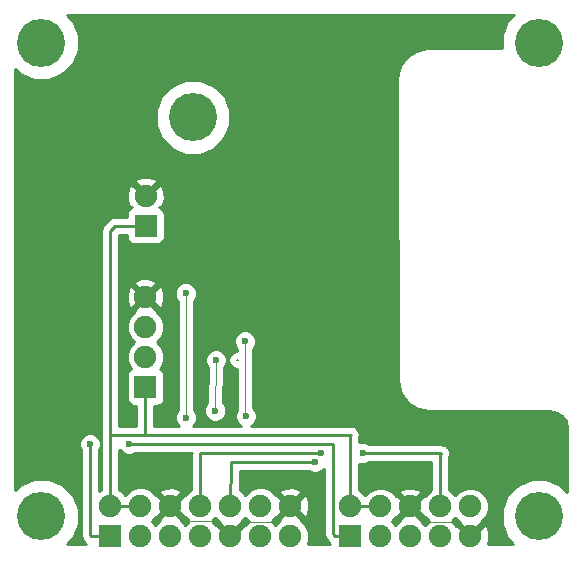
<source format=gbl>
G04 #@! TF.FileFunction,Copper,L2,Bot,Signal*
%FSLAX46Y46*%
G04 Gerber Fmt 4.6, Leading zero omitted, Abs format (unit mm)*
G04 Created by KiCad (PCBNEW 4.0.6) date Monday, 31 July 2017 'PMt' 21:07:52*
%MOMM*%
%LPD*%
G01*
G04 APERTURE LIST*
%ADD10C,0.100000*%
%ADD11C,0.600000*%
%ADD12R,1.900000X1.900000*%
%ADD13C,1.900000*%
%ADD14C,4.064000*%
%ADD15C,0.200000*%
%ADD16C,0.250000*%
%ADD17C,0.254000*%
G04 APERTURE END LIST*
D10*
D11*
X163070000Y-115140000D03*
D12*
X149480000Y-107180000D03*
D13*
X149480000Y-104640000D03*
X149480000Y-102100000D03*
X149480000Y-99560000D03*
D12*
X146520000Y-119820000D03*
D13*
X146520000Y-117280000D03*
X149060000Y-119820000D03*
X149060000Y-117280000D03*
X151600000Y-119820000D03*
X151600000Y-117280000D03*
X154140000Y-119820000D03*
X154140000Y-117280000D03*
X156680000Y-119820000D03*
X156680000Y-117280000D03*
X159220000Y-119820000D03*
X159220000Y-117280000D03*
X161760000Y-119820000D03*
X161760000Y-117280000D03*
D12*
X166840000Y-119840000D03*
D13*
X166840000Y-117300000D03*
X169380000Y-119840000D03*
X169380000Y-117300000D03*
X171920000Y-119840000D03*
X171920000Y-117300000D03*
X174460000Y-119840000D03*
X174460000Y-117300000D03*
X177000000Y-119840000D03*
X177000000Y-117300000D03*
D14*
X182791100Y-78028800D03*
X140675000Y-78025000D03*
X140675000Y-118150000D03*
X182800000Y-118150000D03*
X153500000Y-84350000D03*
D11*
X148550000Y-114300000D03*
D12*
X149504400Y-93522800D03*
D13*
X149504400Y-90982800D03*
D11*
X148082000Y-112014000D03*
X144780000Y-112014000D03*
X155448000Y-104902000D03*
X155390000Y-109180000D03*
X152890000Y-99270000D03*
X152920000Y-109780000D03*
X164338000Y-112776000D03*
X167894000Y-112776000D03*
X163830000Y-113538000D03*
X157920000Y-103320000D03*
X158000000Y-109660000D03*
D15*
X157250000Y-104880000D02*
X157290000Y-104920000D01*
D16*
X146520000Y-111290000D02*
X146520000Y-93942000D01*
X146939200Y-93522800D02*
X149504400Y-93522800D01*
X146520000Y-93942000D02*
X146939200Y-93522800D01*
X149430000Y-111252000D02*
X149430000Y-107230000D01*
X149430000Y-107230000D02*
X149480000Y-107180000D01*
X166840000Y-117300000D02*
X169380000Y-117300000D01*
X146520000Y-117280000D02*
X146520000Y-111290000D01*
X146558000Y-111252000D02*
X149430000Y-111252000D01*
X149430000Y-111252000D02*
X149972000Y-111252000D01*
X146520000Y-111290000D02*
X146558000Y-111252000D01*
X149972000Y-111252000D02*
X166878000Y-111252000D01*
X166878000Y-111252000D02*
X166840000Y-111214000D01*
X166840000Y-111214000D02*
X166840000Y-117300000D01*
X149060000Y-117280000D02*
X146520000Y-117280000D01*
X146520000Y-117280000D02*
X146490000Y-117250000D01*
D10*
X171920000Y-117300000D02*
X171930000Y-117300000D01*
X171930000Y-117300000D02*
X173220000Y-118590000D01*
X173220000Y-118590000D02*
X175750000Y-118590000D01*
X175750000Y-118590000D02*
X177000000Y-119840000D01*
X151600000Y-117280000D02*
X151650000Y-117280000D01*
X151650000Y-117280000D02*
X152940000Y-118570000D01*
X152940000Y-118570000D02*
X155430000Y-118570000D01*
X155430000Y-118570000D02*
X156680000Y-119820000D01*
X156680000Y-119820000D02*
X157010000Y-119820000D01*
X157010000Y-119820000D02*
X158250000Y-118580000D01*
X160460000Y-118580000D02*
X161760000Y-117280000D01*
X158250000Y-118580000D02*
X160460000Y-118580000D01*
X156680000Y-119820000D02*
X156700000Y-119820000D01*
D16*
X146520000Y-119820000D02*
X144848000Y-119820000D01*
X165560000Y-119840000D02*
X166840000Y-119840000D01*
X165354000Y-119634000D02*
X165560000Y-119840000D01*
X165354000Y-112014000D02*
X165354000Y-119634000D01*
X165100000Y-112014000D02*
X165354000Y-112014000D01*
X164846000Y-112014000D02*
X165100000Y-112014000D01*
X148336000Y-112014000D02*
X164846000Y-112014000D01*
X148082000Y-112014000D02*
X148336000Y-112014000D01*
X144780000Y-119752000D02*
X144780000Y-112014000D01*
X144848000Y-119820000D02*
X144780000Y-119752000D01*
D10*
X155390000Y-109180000D02*
X155448000Y-104902000D01*
X155390000Y-109180000D02*
X155390000Y-109180000D01*
D15*
X149060000Y-119820000D02*
X149060000Y-119690000D01*
D10*
X152890000Y-109750000D02*
X152890000Y-99270000D01*
X152920000Y-109780000D02*
X152890000Y-109750000D01*
D15*
X151600000Y-119820000D02*
X151680000Y-119820000D01*
D16*
X174498000Y-112776000D02*
X167894000Y-112776000D01*
X154140000Y-117280000D02*
X154140000Y-112814000D01*
X154140000Y-112814000D02*
X154178000Y-112776000D01*
X154178000Y-112776000D02*
X164338000Y-112776000D01*
X174498000Y-112776000D02*
X174460000Y-112992000D01*
X174460000Y-112992000D02*
X174460000Y-117300000D01*
X156680000Y-117280000D02*
X156718000Y-113538000D01*
X156972000Y-113538000D02*
X163830000Y-113538000D01*
X156718000Y-113538000D02*
X156972000Y-113538000D01*
D10*
X157920000Y-109580000D02*
X157920000Y-103320000D01*
X158000000Y-109660000D02*
X157920000Y-109580000D01*
D17*
G36*
X180114592Y-76237034D02*
X179632650Y-77397679D01*
X179631713Y-78471056D01*
X179578753Y-78471056D01*
X179512569Y-78457891D01*
X179512265Y-78457951D01*
X179511960Y-78457891D01*
X173549271Y-78463191D01*
X173483408Y-78476353D01*
X173416240Y-78476353D01*
X172626574Y-78633428D01*
X172451969Y-78705752D01*
X172379645Y-78735710D01*
X171710201Y-79183020D01*
X171632500Y-79260721D01*
X171521210Y-79372010D01*
X171073901Y-80041457D01*
X171035924Y-80133142D01*
X170971620Y-80288386D01*
X170814547Y-81078051D01*
X170814547Y-81142351D01*
X170801414Y-81205304D01*
X170787726Y-82674342D01*
X170788491Y-82678382D01*
X170787698Y-82682418D01*
X170846483Y-106457518D01*
X170849315Y-106471575D01*
X170846481Y-106485824D01*
X170846481Y-106485827D01*
X170859643Y-106551996D01*
X170859643Y-106619465D01*
X171016718Y-107409130D01*
X171062990Y-107520839D01*
X171118999Y-107656058D01*
X171566309Y-108325503D01*
X171755300Y-108514494D01*
X172424746Y-108961803D01*
X172565020Y-109019906D01*
X172671674Y-109064084D01*
X173461339Y-109221158D01*
X173540411Y-109221158D01*
X173610000Y-109235000D01*
X183752344Y-109235000D01*
X184337980Y-109351490D01*
X184780842Y-109647401D01*
X185076753Y-110090263D01*
X185194375Y-110681583D01*
X185217745Y-116100565D01*
X184591766Y-115473492D01*
X183431121Y-114991550D01*
X182174393Y-114990453D01*
X181012908Y-115470369D01*
X180123492Y-116358234D01*
X179641550Y-117518879D01*
X179640453Y-118775607D01*
X180120369Y-119937092D01*
X180640822Y-120458454D01*
X178461271Y-120458454D01*
X178596188Y-120092602D01*
X178571352Y-119462539D01*
X178378019Y-118995792D01*
X178116350Y-118903255D01*
X177179605Y-119840000D01*
X177193748Y-119854143D01*
X177014143Y-120033748D01*
X177000000Y-120019605D01*
X176985858Y-120033748D01*
X176806253Y-119854143D01*
X176820395Y-119840000D01*
X175883650Y-118903255D01*
X175795561Y-118934407D01*
X175431529Y-118569739D01*
X175730261Y-118271529D01*
X176094211Y-118636116D01*
X176063255Y-118723650D01*
X177000000Y-119660395D01*
X177936745Y-118723650D01*
X177905593Y-118635561D01*
X178342914Y-118199003D01*
X178584724Y-117616659D01*
X178585275Y-116986107D01*
X178344481Y-116403343D01*
X177899003Y-115957086D01*
X177316659Y-115715276D01*
X176686107Y-115714725D01*
X176103343Y-115955519D01*
X175729739Y-116328471D01*
X175359003Y-115957086D01*
X175220000Y-115899367D01*
X175220000Y-113058341D01*
X175246505Y-112907682D01*
X175245029Y-112841211D01*
X175258000Y-112776000D01*
X175241767Y-112694394D01*
X175239920Y-112611218D01*
X175213120Y-112550373D01*
X175200148Y-112485161D01*
X175153925Y-112415982D01*
X175120386Y-112339840D01*
X175072339Y-112293881D01*
X175035401Y-112238599D01*
X174966222Y-112192375D01*
X174906098Y-112134864D01*
X174844121Y-112110790D01*
X174788839Y-112073852D01*
X174707237Y-112057620D01*
X174629681Y-112027495D01*
X174563211Y-112028971D01*
X174498000Y-112016000D01*
X168456463Y-112016000D01*
X168424327Y-111983808D01*
X168080799Y-111841162D01*
X167708833Y-111840838D01*
X167600000Y-111885807D01*
X167600000Y-111443037D01*
X167638000Y-111252000D01*
X167580148Y-110961161D01*
X167415401Y-110714599D01*
X167377401Y-110676599D01*
X167130839Y-110511852D01*
X166840000Y-110454000D01*
X166648963Y-110492000D01*
X158434839Y-110492000D01*
X158528943Y-110453117D01*
X158792192Y-110190327D01*
X158934838Y-109846799D01*
X158935162Y-109474833D01*
X158793117Y-109131057D01*
X158605000Y-108942611D01*
X158605000Y-103957332D01*
X158712192Y-103850327D01*
X158854838Y-103506799D01*
X158855162Y-103134833D01*
X158713117Y-102791057D01*
X158450327Y-102527808D01*
X158106799Y-102385162D01*
X157734833Y-102384838D01*
X157391057Y-102526883D01*
X157127808Y-102789673D01*
X156985162Y-103133201D01*
X156984838Y-103505167D01*
X157126883Y-103848943D01*
X157235000Y-103957249D01*
X157235000Y-104147985D01*
X156968728Y-104200949D01*
X156730277Y-104360277D01*
X156570949Y-104598728D01*
X156515001Y-104880000D01*
X156570949Y-105161272D01*
X156730277Y-105399723D01*
X156770277Y-105439724D01*
X157008728Y-105599051D01*
X157235000Y-105644060D01*
X157235000Y-109102528D01*
X157207808Y-109129673D01*
X157065162Y-109473201D01*
X157064838Y-109845167D01*
X157206883Y-110188943D01*
X157469673Y-110452192D01*
X157565541Y-110492000D01*
X153530202Y-110492000D01*
X153712192Y-110310327D01*
X153854838Y-109966799D01*
X153855162Y-109594833D01*
X153760267Y-109365167D01*
X154454838Y-109365167D01*
X154596883Y-109708943D01*
X154859673Y-109972192D01*
X155203201Y-110114838D01*
X155575167Y-110115162D01*
X155918943Y-109973117D01*
X156182192Y-109710327D01*
X156324838Y-109366799D01*
X156325162Y-108994833D01*
X156183117Y-108651057D01*
X156083586Y-108551352D01*
X156124304Y-105548013D01*
X156240192Y-105432327D01*
X156382838Y-105088799D01*
X156383162Y-104716833D01*
X156241117Y-104373057D01*
X155978327Y-104109808D01*
X155634799Y-103967162D01*
X155262833Y-103966838D01*
X154919057Y-104108883D01*
X154655808Y-104371673D01*
X154513162Y-104715201D01*
X154512838Y-105087167D01*
X154654883Y-105430943D01*
X154754414Y-105530648D01*
X154713696Y-108533987D01*
X154597808Y-108649673D01*
X154455162Y-108993201D01*
X154454838Y-109365167D01*
X153760267Y-109365167D01*
X153713117Y-109251057D01*
X153575000Y-109112699D01*
X153575000Y-99907332D01*
X153682192Y-99800327D01*
X153824838Y-99456799D01*
X153825162Y-99084833D01*
X153683117Y-98741057D01*
X153420327Y-98477808D01*
X153076799Y-98335162D01*
X152704833Y-98334838D01*
X152361057Y-98476883D01*
X152097808Y-98739673D01*
X151955162Y-99083201D01*
X151954838Y-99455167D01*
X152096883Y-99798943D01*
X152205000Y-99907249D01*
X152205000Y-109172616D01*
X152127808Y-109249673D01*
X151985162Y-109593201D01*
X151984838Y-109965167D01*
X152126883Y-110308943D01*
X152309621Y-110492000D01*
X150190000Y-110492000D01*
X150190000Y-108777440D01*
X150430000Y-108777440D01*
X150665317Y-108733162D01*
X150881441Y-108594090D01*
X151026431Y-108381890D01*
X151077440Y-108130000D01*
X151077440Y-106230000D01*
X151033162Y-105994683D01*
X150894090Y-105778559D01*
X150709372Y-105652347D01*
X150822914Y-105539003D01*
X151064724Y-104956659D01*
X151065275Y-104326107D01*
X150824481Y-103743343D01*
X150451529Y-103369739D01*
X150822914Y-102999003D01*
X151064724Y-102416659D01*
X151065275Y-101786107D01*
X150824481Y-101203343D01*
X150385789Y-100763884D01*
X150416745Y-100676350D01*
X149480000Y-99739605D01*
X148543255Y-100676350D01*
X148574407Y-100764439D01*
X148137086Y-101200997D01*
X147895276Y-101783341D01*
X147894725Y-102413893D01*
X148135519Y-102996657D01*
X148508471Y-103370261D01*
X148137086Y-103740997D01*
X147895276Y-104323341D01*
X147894725Y-104953893D01*
X148135519Y-105536657D01*
X148252585Y-105653927D01*
X148078559Y-105765910D01*
X147933569Y-105978110D01*
X147882560Y-106230000D01*
X147882560Y-108130000D01*
X147926838Y-108365317D01*
X148065910Y-108581441D01*
X148278110Y-108726431D01*
X148530000Y-108777440D01*
X148670000Y-108777440D01*
X148670000Y-110492000D01*
X147280000Y-110492000D01*
X147280000Y-99307398D01*
X147883812Y-99307398D01*
X147908648Y-99937461D01*
X148101981Y-100404208D01*
X148363650Y-100496745D01*
X149300395Y-99560000D01*
X149659605Y-99560000D01*
X150596350Y-100496745D01*
X150858019Y-100404208D01*
X151076188Y-99812602D01*
X151051352Y-99182539D01*
X150858019Y-98715792D01*
X150596350Y-98623255D01*
X149659605Y-99560000D01*
X149300395Y-99560000D01*
X148363650Y-98623255D01*
X148101981Y-98715792D01*
X147883812Y-99307398D01*
X147280000Y-99307398D01*
X147280000Y-98443650D01*
X148543255Y-98443650D01*
X149480000Y-99380395D01*
X150416745Y-98443650D01*
X150324208Y-98181981D01*
X149732602Y-97963812D01*
X149102539Y-97988648D01*
X148635792Y-98181981D01*
X148543255Y-98443650D01*
X147280000Y-98443650D01*
X147280000Y-94282800D01*
X147906960Y-94282800D01*
X147906960Y-94472800D01*
X147951238Y-94708117D01*
X148090310Y-94924241D01*
X148302510Y-95069231D01*
X148554400Y-95120240D01*
X150454400Y-95120240D01*
X150689717Y-95075962D01*
X150905841Y-94936890D01*
X151050831Y-94724690D01*
X151101840Y-94472800D01*
X151101840Y-92572800D01*
X151057562Y-92337483D01*
X150918490Y-92121359D01*
X150706290Y-91976369D01*
X150670286Y-91969078D01*
X150620752Y-91919544D01*
X150882419Y-91827008D01*
X151100588Y-91235402D01*
X151075752Y-90605339D01*
X150882419Y-90138592D01*
X150620750Y-90046055D01*
X149684005Y-90982800D01*
X149698148Y-90996943D01*
X149518543Y-91176548D01*
X149504400Y-91162405D01*
X149490258Y-91176548D01*
X149310653Y-90996943D01*
X149324795Y-90982800D01*
X148388050Y-90046055D01*
X148126381Y-90138592D01*
X147908212Y-90730198D01*
X147933048Y-91360261D01*
X148126381Y-91827008D01*
X148388048Y-91919544D01*
X148342328Y-91965264D01*
X148319083Y-91969638D01*
X148102959Y-92108710D01*
X147957969Y-92320910D01*
X147906960Y-92572800D01*
X147906960Y-92762800D01*
X146939200Y-92762800D01*
X146648360Y-92820652D01*
X146401799Y-92985399D01*
X145982599Y-93404599D01*
X145817852Y-93651161D01*
X145760000Y-93942000D01*
X145760000Y-115879053D01*
X145623343Y-115935519D01*
X145540000Y-116018717D01*
X145540000Y-112576463D01*
X145572192Y-112544327D01*
X145714838Y-112200799D01*
X145715162Y-111828833D01*
X145573117Y-111485057D01*
X145310327Y-111221808D01*
X144966799Y-111079162D01*
X144594833Y-111078838D01*
X144251057Y-111220883D01*
X143987808Y-111483673D01*
X143845162Y-111827201D01*
X143844838Y-112199167D01*
X143986883Y-112542943D01*
X144020000Y-112576118D01*
X144020000Y-119752000D01*
X144077852Y-120042839D01*
X144242599Y-120289401D01*
X144310599Y-120357401D01*
X144461836Y-120458454D01*
X142833917Y-120458454D01*
X143351508Y-119941766D01*
X143833450Y-118781121D01*
X143834547Y-117524393D01*
X143354631Y-116362908D01*
X142466766Y-115473492D01*
X141306121Y-114991550D01*
X140049393Y-114990453D01*
X138887908Y-115470369D01*
X138473697Y-115883858D01*
X138473697Y-89866450D01*
X148567655Y-89866450D01*
X149504400Y-90803195D01*
X150441145Y-89866450D01*
X150348608Y-89604781D01*
X149757002Y-89386612D01*
X149126939Y-89411448D01*
X148660192Y-89604781D01*
X148567655Y-89866450D01*
X138473697Y-89866450D01*
X138473697Y-84975607D01*
X150340453Y-84975607D01*
X150820369Y-86137092D01*
X151708234Y-87026508D01*
X152868879Y-87508450D01*
X154125607Y-87509547D01*
X155287092Y-87029631D01*
X156176508Y-86141766D01*
X156658450Y-84981121D01*
X156659547Y-83724393D01*
X156179631Y-82562908D01*
X155291766Y-81673492D01*
X154131121Y-81191550D01*
X152874393Y-81190453D01*
X151712908Y-81670369D01*
X150823492Y-82558234D01*
X150341550Y-83718879D01*
X150340453Y-84975607D01*
X138473697Y-84975607D01*
X138473697Y-80291256D01*
X138883234Y-80701508D01*
X140043879Y-81183450D01*
X141300607Y-81184547D01*
X142462092Y-80704631D01*
X143351508Y-79816766D01*
X143833450Y-78656121D01*
X143834547Y-77399393D01*
X143354631Y-76237908D01*
X142819204Y-75701546D01*
X180651015Y-75701546D01*
X180114592Y-76237034D01*
X180114592Y-76237034D01*
G37*
X180114592Y-76237034D02*
X179632650Y-77397679D01*
X179631713Y-78471056D01*
X179578753Y-78471056D01*
X179512569Y-78457891D01*
X179512265Y-78457951D01*
X179511960Y-78457891D01*
X173549271Y-78463191D01*
X173483408Y-78476353D01*
X173416240Y-78476353D01*
X172626574Y-78633428D01*
X172451969Y-78705752D01*
X172379645Y-78735710D01*
X171710201Y-79183020D01*
X171632500Y-79260721D01*
X171521210Y-79372010D01*
X171073901Y-80041457D01*
X171035924Y-80133142D01*
X170971620Y-80288386D01*
X170814547Y-81078051D01*
X170814547Y-81142351D01*
X170801414Y-81205304D01*
X170787726Y-82674342D01*
X170788491Y-82678382D01*
X170787698Y-82682418D01*
X170846483Y-106457518D01*
X170849315Y-106471575D01*
X170846481Y-106485824D01*
X170846481Y-106485827D01*
X170859643Y-106551996D01*
X170859643Y-106619465D01*
X171016718Y-107409130D01*
X171062990Y-107520839D01*
X171118999Y-107656058D01*
X171566309Y-108325503D01*
X171755300Y-108514494D01*
X172424746Y-108961803D01*
X172565020Y-109019906D01*
X172671674Y-109064084D01*
X173461339Y-109221158D01*
X173540411Y-109221158D01*
X173610000Y-109235000D01*
X183752344Y-109235000D01*
X184337980Y-109351490D01*
X184780842Y-109647401D01*
X185076753Y-110090263D01*
X185194375Y-110681583D01*
X185217745Y-116100565D01*
X184591766Y-115473492D01*
X183431121Y-114991550D01*
X182174393Y-114990453D01*
X181012908Y-115470369D01*
X180123492Y-116358234D01*
X179641550Y-117518879D01*
X179640453Y-118775607D01*
X180120369Y-119937092D01*
X180640822Y-120458454D01*
X178461271Y-120458454D01*
X178596188Y-120092602D01*
X178571352Y-119462539D01*
X178378019Y-118995792D01*
X178116350Y-118903255D01*
X177179605Y-119840000D01*
X177193748Y-119854143D01*
X177014143Y-120033748D01*
X177000000Y-120019605D01*
X176985858Y-120033748D01*
X176806253Y-119854143D01*
X176820395Y-119840000D01*
X175883650Y-118903255D01*
X175795561Y-118934407D01*
X175431529Y-118569739D01*
X175730261Y-118271529D01*
X176094211Y-118636116D01*
X176063255Y-118723650D01*
X177000000Y-119660395D01*
X177936745Y-118723650D01*
X177905593Y-118635561D01*
X178342914Y-118199003D01*
X178584724Y-117616659D01*
X178585275Y-116986107D01*
X178344481Y-116403343D01*
X177899003Y-115957086D01*
X177316659Y-115715276D01*
X176686107Y-115714725D01*
X176103343Y-115955519D01*
X175729739Y-116328471D01*
X175359003Y-115957086D01*
X175220000Y-115899367D01*
X175220000Y-113058341D01*
X175246505Y-112907682D01*
X175245029Y-112841211D01*
X175258000Y-112776000D01*
X175241767Y-112694394D01*
X175239920Y-112611218D01*
X175213120Y-112550373D01*
X175200148Y-112485161D01*
X175153925Y-112415982D01*
X175120386Y-112339840D01*
X175072339Y-112293881D01*
X175035401Y-112238599D01*
X174966222Y-112192375D01*
X174906098Y-112134864D01*
X174844121Y-112110790D01*
X174788839Y-112073852D01*
X174707237Y-112057620D01*
X174629681Y-112027495D01*
X174563211Y-112028971D01*
X174498000Y-112016000D01*
X168456463Y-112016000D01*
X168424327Y-111983808D01*
X168080799Y-111841162D01*
X167708833Y-111840838D01*
X167600000Y-111885807D01*
X167600000Y-111443037D01*
X167638000Y-111252000D01*
X167580148Y-110961161D01*
X167415401Y-110714599D01*
X167377401Y-110676599D01*
X167130839Y-110511852D01*
X166840000Y-110454000D01*
X166648963Y-110492000D01*
X158434839Y-110492000D01*
X158528943Y-110453117D01*
X158792192Y-110190327D01*
X158934838Y-109846799D01*
X158935162Y-109474833D01*
X158793117Y-109131057D01*
X158605000Y-108942611D01*
X158605000Y-103957332D01*
X158712192Y-103850327D01*
X158854838Y-103506799D01*
X158855162Y-103134833D01*
X158713117Y-102791057D01*
X158450327Y-102527808D01*
X158106799Y-102385162D01*
X157734833Y-102384838D01*
X157391057Y-102526883D01*
X157127808Y-102789673D01*
X156985162Y-103133201D01*
X156984838Y-103505167D01*
X157126883Y-103848943D01*
X157235000Y-103957249D01*
X157235000Y-104147985D01*
X156968728Y-104200949D01*
X156730277Y-104360277D01*
X156570949Y-104598728D01*
X156515001Y-104880000D01*
X156570949Y-105161272D01*
X156730277Y-105399723D01*
X156770277Y-105439724D01*
X157008728Y-105599051D01*
X157235000Y-105644060D01*
X157235000Y-109102528D01*
X157207808Y-109129673D01*
X157065162Y-109473201D01*
X157064838Y-109845167D01*
X157206883Y-110188943D01*
X157469673Y-110452192D01*
X157565541Y-110492000D01*
X153530202Y-110492000D01*
X153712192Y-110310327D01*
X153854838Y-109966799D01*
X153855162Y-109594833D01*
X153760267Y-109365167D01*
X154454838Y-109365167D01*
X154596883Y-109708943D01*
X154859673Y-109972192D01*
X155203201Y-110114838D01*
X155575167Y-110115162D01*
X155918943Y-109973117D01*
X156182192Y-109710327D01*
X156324838Y-109366799D01*
X156325162Y-108994833D01*
X156183117Y-108651057D01*
X156083586Y-108551352D01*
X156124304Y-105548013D01*
X156240192Y-105432327D01*
X156382838Y-105088799D01*
X156383162Y-104716833D01*
X156241117Y-104373057D01*
X155978327Y-104109808D01*
X155634799Y-103967162D01*
X155262833Y-103966838D01*
X154919057Y-104108883D01*
X154655808Y-104371673D01*
X154513162Y-104715201D01*
X154512838Y-105087167D01*
X154654883Y-105430943D01*
X154754414Y-105530648D01*
X154713696Y-108533987D01*
X154597808Y-108649673D01*
X154455162Y-108993201D01*
X154454838Y-109365167D01*
X153760267Y-109365167D01*
X153713117Y-109251057D01*
X153575000Y-109112699D01*
X153575000Y-99907332D01*
X153682192Y-99800327D01*
X153824838Y-99456799D01*
X153825162Y-99084833D01*
X153683117Y-98741057D01*
X153420327Y-98477808D01*
X153076799Y-98335162D01*
X152704833Y-98334838D01*
X152361057Y-98476883D01*
X152097808Y-98739673D01*
X151955162Y-99083201D01*
X151954838Y-99455167D01*
X152096883Y-99798943D01*
X152205000Y-99907249D01*
X152205000Y-109172616D01*
X152127808Y-109249673D01*
X151985162Y-109593201D01*
X151984838Y-109965167D01*
X152126883Y-110308943D01*
X152309621Y-110492000D01*
X150190000Y-110492000D01*
X150190000Y-108777440D01*
X150430000Y-108777440D01*
X150665317Y-108733162D01*
X150881441Y-108594090D01*
X151026431Y-108381890D01*
X151077440Y-108130000D01*
X151077440Y-106230000D01*
X151033162Y-105994683D01*
X150894090Y-105778559D01*
X150709372Y-105652347D01*
X150822914Y-105539003D01*
X151064724Y-104956659D01*
X151065275Y-104326107D01*
X150824481Y-103743343D01*
X150451529Y-103369739D01*
X150822914Y-102999003D01*
X151064724Y-102416659D01*
X151065275Y-101786107D01*
X150824481Y-101203343D01*
X150385789Y-100763884D01*
X150416745Y-100676350D01*
X149480000Y-99739605D01*
X148543255Y-100676350D01*
X148574407Y-100764439D01*
X148137086Y-101200997D01*
X147895276Y-101783341D01*
X147894725Y-102413893D01*
X148135519Y-102996657D01*
X148508471Y-103370261D01*
X148137086Y-103740997D01*
X147895276Y-104323341D01*
X147894725Y-104953893D01*
X148135519Y-105536657D01*
X148252585Y-105653927D01*
X148078559Y-105765910D01*
X147933569Y-105978110D01*
X147882560Y-106230000D01*
X147882560Y-108130000D01*
X147926838Y-108365317D01*
X148065910Y-108581441D01*
X148278110Y-108726431D01*
X148530000Y-108777440D01*
X148670000Y-108777440D01*
X148670000Y-110492000D01*
X147280000Y-110492000D01*
X147280000Y-99307398D01*
X147883812Y-99307398D01*
X147908648Y-99937461D01*
X148101981Y-100404208D01*
X148363650Y-100496745D01*
X149300395Y-99560000D01*
X149659605Y-99560000D01*
X150596350Y-100496745D01*
X150858019Y-100404208D01*
X151076188Y-99812602D01*
X151051352Y-99182539D01*
X150858019Y-98715792D01*
X150596350Y-98623255D01*
X149659605Y-99560000D01*
X149300395Y-99560000D01*
X148363650Y-98623255D01*
X148101981Y-98715792D01*
X147883812Y-99307398D01*
X147280000Y-99307398D01*
X147280000Y-98443650D01*
X148543255Y-98443650D01*
X149480000Y-99380395D01*
X150416745Y-98443650D01*
X150324208Y-98181981D01*
X149732602Y-97963812D01*
X149102539Y-97988648D01*
X148635792Y-98181981D01*
X148543255Y-98443650D01*
X147280000Y-98443650D01*
X147280000Y-94282800D01*
X147906960Y-94282800D01*
X147906960Y-94472800D01*
X147951238Y-94708117D01*
X148090310Y-94924241D01*
X148302510Y-95069231D01*
X148554400Y-95120240D01*
X150454400Y-95120240D01*
X150689717Y-95075962D01*
X150905841Y-94936890D01*
X151050831Y-94724690D01*
X151101840Y-94472800D01*
X151101840Y-92572800D01*
X151057562Y-92337483D01*
X150918490Y-92121359D01*
X150706290Y-91976369D01*
X150670286Y-91969078D01*
X150620752Y-91919544D01*
X150882419Y-91827008D01*
X151100588Y-91235402D01*
X151075752Y-90605339D01*
X150882419Y-90138592D01*
X150620750Y-90046055D01*
X149684005Y-90982800D01*
X149698148Y-90996943D01*
X149518543Y-91176548D01*
X149504400Y-91162405D01*
X149490258Y-91176548D01*
X149310653Y-90996943D01*
X149324795Y-90982800D01*
X148388050Y-90046055D01*
X148126381Y-90138592D01*
X147908212Y-90730198D01*
X147933048Y-91360261D01*
X148126381Y-91827008D01*
X148388048Y-91919544D01*
X148342328Y-91965264D01*
X148319083Y-91969638D01*
X148102959Y-92108710D01*
X147957969Y-92320910D01*
X147906960Y-92572800D01*
X147906960Y-92762800D01*
X146939200Y-92762800D01*
X146648360Y-92820652D01*
X146401799Y-92985399D01*
X145982599Y-93404599D01*
X145817852Y-93651161D01*
X145760000Y-93942000D01*
X145760000Y-115879053D01*
X145623343Y-115935519D01*
X145540000Y-116018717D01*
X145540000Y-112576463D01*
X145572192Y-112544327D01*
X145714838Y-112200799D01*
X145715162Y-111828833D01*
X145573117Y-111485057D01*
X145310327Y-111221808D01*
X144966799Y-111079162D01*
X144594833Y-111078838D01*
X144251057Y-111220883D01*
X143987808Y-111483673D01*
X143845162Y-111827201D01*
X143844838Y-112199167D01*
X143986883Y-112542943D01*
X144020000Y-112576118D01*
X144020000Y-119752000D01*
X144077852Y-120042839D01*
X144242599Y-120289401D01*
X144310599Y-120357401D01*
X144461836Y-120458454D01*
X142833917Y-120458454D01*
X143351508Y-119941766D01*
X143833450Y-118781121D01*
X143834547Y-117524393D01*
X143354631Y-116362908D01*
X142466766Y-115473492D01*
X141306121Y-114991550D01*
X140049393Y-114990453D01*
X138887908Y-115470369D01*
X138473697Y-115883858D01*
X138473697Y-89866450D01*
X148567655Y-89866450D01*
X149504400Y-90803195D01*
X150441145Y-89866450D01*
X150348608Y-89604781D01*
X149757002Y-89386612D01*
X149126939Y-89411448D01*
X148660192Y-89604781D01*
X148567655Y-89866450D01*
X138473697Y-89866450D01*
X138473697Y-84975607D01*
X150340453Y-84975607D01*
X150820369Y-86137092D01*
X151708234Y-87026508D01*
X152868879Y-87508450D01*
X154125607Y-87509547D01*
X155287092Y-87029631D01*
X156176508Y-86141766D01*
X156658450Y-84981121D01*
X156659547Y-83724393D01*
X156179631Y-82562908D01*
X155291766Y-81673492D01*
X154131121Y-81191550D01*
X152874393Y-81190453D01*
X151712908Y-81670369D01*
X150823492Y-82558234D01*
X150341550Y-83718879D01*
X150340453Y-84975607D01*
X138473697Y-84975607D01*
X138473697Y-80291256D01*
X138883234Y-80701508D01*
X140043879Y-81183450D01*
X141300607Y-81184547D01*
X142462092Y-80704631D01*
X143351508Y-79816766D01*
X143833450Y-78656121D01*
X143834547Y-77399393D01*
X143354631Y-76237908D01*
X142819204Y-75701546D01*
X180651015Y-75701546D01*
X180114592Y-76237034D01*
G36*
X164594000Y-119634000D02*
X164651852Y-119924839D01*
X164816599Y-120171401D01*
X165022599Y-120377401D01*
X165143904Y-120458454D01*
X163211103Y-120458454D01*
X163344724Y-120136659D01*
X163345275Y-119506107D01*
X163104481Y-118923343D01*
X162665789Y-118483884D01*
X162696745Y-118396350D01*
X161760000Y-117459605D01*
X160823255Y-118396350D01*
X160854407Y-118484439D01*
X160489739Y-118848471D01*
X160191529Y-118549739D01*
X160556116Y-118185789D01*
X160643650Y-118216745D01*
X161580395Y-117280000D01*
X161939605Y-117280000D01*
X162876350Y-118216745D01*
X163138019Y-118124208D01*
X163356188Y-117532602D01*
X163331352Y-116902539D01*
X163138019Y-116435792D01*
X162876350Y-116343255D01*
X161939605Y-117280000D01*
X161580395Y-117280000D01*
X160643650Y-116343255D01*
X160555561Y-116374407D01*
X160345172Y-116163650D01*
X160823255Y-116163650D01*
X161760000Y-117100395D01*
X162696745Y-116163650D01*
X162604208Y-115901981D01*
X162012602Y-115683812D01*
X161382539Y-115708648D01*
X160915792Y-115901981D01*
X160823255Y-116163650D01*
X160345172Y-116163650D01*
X160119003Y-115937086D01*
X159536659Y-115695276D01*
X158906107Y-115694725D01*
X158323343Y-115935519D01*
X157949739Y-116308471D01*
X157579003Y-115937086D01*
X157454203Y-115885265D01*
X157470322Y-114298000D01*
X163267537Y-114298000D01*
X163299673Y-114330192D01*
X163643201Y-114472838D01*
X164015167Y-114473162D01*
X164358943Y-114331117D01*
X164594000Y-114096470D01*
X164594000Y-119634000D01*
X164594000Y-119634000D01*
G37*
X164594000Y-119634000D02*
X164651852Y-119924839D01*
X164816599Y-120171401D01*
X165022599Y-120377401D01*
X165143904Y-120458454D01*
X163211103Y-120458454D01*
X163344724Y-120136659D01*
X163345275Y-119506107D01*
X163104481Y-118923343D01*
X162665789Y-118483884D01*
X162696745Y-118396350D01*
X161760000Y-117459605D01*
X160823255Y-118396350D01*
X160854407Y-118484439D01*
X160489739Y-118848471D01*
X160191529Y-118549739D01*
X160556116Y-118185789D01*
X160643650Y-118216745D01*
X161580395Y-117280000D01*
X161939605Y-117280000D01*
X162876350Y-118216745D01*
X163138019Y-118124208D01*
X163356188Y-117532602D01*
X163331352Y-116902539D01*
X163138019Y-116435792D01*
X162876350Y-116343255D01*
X161939605Y-117280000D01*
X161580395Y-117280000D01*
X160643650Y-116343255D01*
X160555561Y-116374407D01*
X160345172Y-116163650D01*
X160823255Y-116163650D01*
X161760000Y-117100395D01*
X162696745Y-116163650D01*
X162604208Y-115901981D01*
X162012602Y-115683812D01*
X161382539Y-115708648D01*
X160915792Y-115901981D01*
X160823255Y-116163650D01*
X160345172Y-116163650D01*
X160119003Y-115937086D01*
X159536659Y-115695276D01*
X158906107Y-115694725D01*
X158323343Y-115935519D01*
X157949739Y-116308471D01*
X157579003Y-115937086D01*
X157454203Y-115885265D01*
X157470322Y-114298000D01*
X163267537Y-114298000D01*
X163299673Y-114330192D01*
X163643201Y-114472838D01*
X164015167Y-114473162D01*
X164358943Y-114331117D01*
X164594000Y-114096470D01*
X164594000Y-119634000D01*
G36*
X158248471Y-118550261D02*
X157883884Y-118914211D01*
X157796350Y-118883255D01*
X156859605Y-119820000D01*
X156873748Y-119834143D01*
X156694143Y-120013748D01*
X156680000Y-119999605D01*
X156665858Y-120013748D01*
X156486253Y-119834143D01*
X156500395Y-119820000D01*
X155563650Y-118883255D01*
X155475561Y-118914407D01*
X155111529Y-118549739D01*
X155410261Y-118251529D01*
X155774211Y-118616116D01*
X155743255Y-118703650D01*
X156680000Y-119640395D01*
X157616745Y-118703650D01*
X157585593Y-118615561D01*
X157950261Y-118251529D01*
X158248471Y-118550261D01*
X158248471Y-118550261D01*
G37*
X158248471Y-118550261D02*
X157883884Y-118914211D01*
X157796350Y-118883255D01*
X156859605Y-119820000D01*
X156873748Y-119834143D01*
X156694143Y-120013748D01*
X156680000Y-119999605D01*
X156665858Y-120013748D01*
X156486253Y-119834143D01*
X156500395Y-119820000D01*
X155563650Y-118883255D01*
X155475561Y-118914407D01*
X155111529Y-118549739D01*
X155410261Y-118251529D01*
X155774211Y-118616116D01*
X155743255Y-118703650D01*
X156680000Y-119640395D01*
X157616745Y-118703650D01*
X157585593Y-118615561D01*
X157950261Y-118251529D01*
X158248471Y-118550261D01*
G36*
X173700000Y-115899053D02*
X173563343Y-115955519D01*
X173123884Y-116394211D01*
X173036350Y-116363255D01*
X172099605Y-117300000D01*
X173036350Y-118236745D01*
X173124439Y-118205593D01*
X173488471Y-118570261D01*
X173189739Y-118868471D01*
X172825789Y-118503884D01*
X172856745Y-118416350D01*
X171920000Y-117479605D01*
X170983255Y-118416350D01*
X171014407Y-118504439D01*
X170649739Y-118868471D01*
X170351529Y-118569739D01*
X170716116Y-118205789D01*
X170803650Y-118236745D01*
X171740395Y-117300000D01*
X170803650Y-116363255D01*
X170715561Y-116394407D01*
X170505172Y-116183650D01*
X170983255Y-116183650D01*
X171920000Y-117120395D01*
X172856745Y-116183650D01*
X172764208Y-115921981D01*
X172172602Y-115703812D01*
X171542539Y-115728648D01*
X171075792Y-115921981D01*
X170983255Y-116183650D01*
X170505172Y-116183650D01*
X170279003Y-115957086D01*
X169696659Y-115715276D01*
X169066107Y-115714725D01*
X168483343Y-115955519D01*
X168109739Y-116328471D01*
X167739003Y-115957086D01*
X167600000Y-115899367D01*
X167600000Y-113666324D01*
X167707201Y-113710838D01*
X168079167Y-113711162D01*
X168422943Y-113569117D01*
X168456118Y-113536000D01*
X173700000Y-113536000D01*
X173700000Y-115899053D01*
X173700000Y-115899053D01*
G37*
X173700000Y-115899053D02*
X173563343Y-115955519D01*
X173123884Y-116394211D01*
X173036350Y-116363255D01*
X172099605Y-117300000D01*
X173036350Y-118236745D01*
X173124439Y-118205593D01*
X173488471Y-118570261D01*
X173189739Y-118868471D01*
X172825789Y-118503884D01*
X172856745Y-118416350D01*
X171920000Y-117479605D01*
X170983255Y-118416350D01*
X171014407Y-118504439D01*
X170649739Y-118868471D01*
X170351529Y-118569739D01*
X170716116Y-118205789D01*
X170803650Y-118236745D01*
X171740395Y-117300000D01*
X170803650Y-116363255D01*
X170715561Y-116394407D01*
X170505172Y-116183650D01*
X170983255Y-116183650D01*
X171920000Y-117120395D01*
X172856745Y-116183650D01*
X172764208Y-115921981D01*
X172172602Y-115703812D01*
X171542539Y-115728648D01*
X171075792Y-115921981D01*
X170983255Y-116183650D01*
X170505172Y-116183650D01*
X170279003Y-115957086D01*
X169696659Y-115715276D01*
X169066107Y-115714725D01*
X168483343Y-115955519D01*
X168109739Y-116328471D01*
X167739003Y-115957086D01*
X167600000Y-115899367D01*
X167600000Y-113666324D01*
X167707201Y-113710838D01*
X168079167Y-113711162D01*
X168422943Y-113569117D01*
X168456118Y-113536000D01*
X173700000Y-113536000D01*
X173700000Y-115899053D01*
G36*
X147288883Y-112542943D02*
X147551673Y-112806192D01*
X147895201Y-112948838D01*
X148267167Y-112949162D01*
X148610943Y-112807117D01*
X148644118Y-112774000D01*
X153387957Y-112774000D01*
X153380000Y-112814000D01*
X153380000Y-115879053D01*
X153243343Y-115935519D01*
X152803884Y-116374211D01*
X152716350Y-116343255D01*
X151779605Y-117280000D01*
X152716350Y-118216745D01*
X152804439Y-118185593D01*
X153168471Y-118550261D01*
X152869739Y-118848471D01*
X152505789Y-118483884D01*
X152536745Y-118396350D01*
X151600000Y-117459605D01*
X150663255Y-118396350D01*
X150694407Y-118484439D01*
X150329739Y-118848471D01*
X150031529Y-118549739D01*
X150396116Y-118185789D01*
X150483650Y-118216745D01*
X151420395Y-117280000D01*
X150483650Y-116343255D01*
X150395561Y-116374407D01*
X150185172Y-116163650D01*
X150663255Y-116163650D01*
X151600000Y-117100395D01*
X152536745Y-116163650D01*
X152444208Y-115901981D01*
X151852602Y-115683812D01*
X151222539Y-115708648D01*
X150755792Y-115901981D01*
X150663255Y-116163650D01*
X150185172Y-116163650D01*
X149959003Y-115937086D01*
X149376659Y-115695276D01*
X148746107Y-115694725D01*
X148163343Y-115935519D01*
X147789739Y-116308471D01*
X147419003Y-115937086D01*
X147280000Y-115879367D01*
X147280000Y-112521444D01*
X147288883Y-112542943D01*
X147288883Y-112542943D01*
G37*
X147288883Y-112542943D02*
X147551673Y-112806192D01*
X147895201Y-112948838D01*
X148267167Y-112949162D01*
X148610943Y-112807117D01*
X148644118Y-112774000D01*
X153387957Y-112774000D01*
X153380000Y-112814000D01*
X153380000Y-115879053D01*
X153243343Y-115935519D01*
X152803884Y-116374211D01*
X152716350Y-116343255D01*
X151779605Y-117280000D01*
X152716350Y-118216745D01*
X152804439Y-118185593D01*
X153168471Y-118550261D01*
X152869739Y-118848471D01*
X152505789Y-118483884D01*
X152536745Y-118396350D01*
X151600000Y-117459605D01*
X150663255Y-118396350D01*
X150694407Y-118484439D01*
X150329739Y-118848471D01*
X150031529Y-118549739D01*
X150396116Y-118185789D01*
X150483650Y-118216745D01*
X151420395Y-117280000D01*
X150483650Y-116343255D01*
X150395561Y-116374407D01*
X150185172Y-116163650D01*
X150663255Y-116163650D01*
X151600000Y-117100395D01*
X152536745Y-116163650D01*
X152444208Y-115901981D01*
X151852602Y-115683812D01*
X151222539Y-115708648D01*
X150755792Y-115901981D01*
X150663255Y-116163650D01*
X150185172Y-116163650D01*
X149959003Y-115937086D01*
X149376659Y-115695276D01*
X148746107Y-115694725D01*
X148163343Y-115935519D01*
X147789739Y-116308471D01*
X147419003Y-115937086D01*
X147280000Y-115879367D01*
X147280000Y-112521444D01*
X147288883Y-112542943D01*
M02*

</source>
